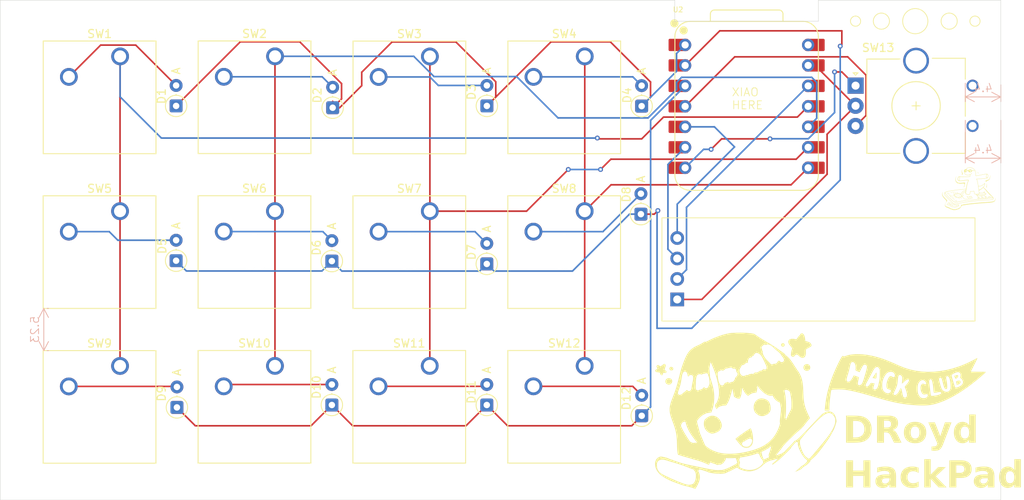
<source format=kicad_pcb>
(kicad_pcb (version 20241229) (generator "pcbnew") (generator_version "9.0")
  (layers (0 "F.Cu" signal) (2 "B.Cu" signal) (13 "F.Paste" user) (15 "B.Paste" user) (5 "F.SilkS" user "F.Silkscreen") (7 "B.SilkS" user "B.Silkscreen") (1 "F.Mask" user) (3 "B.Mask" user) (25 "Edge.Cuts" user))
  (net 0 "")
  (net 1 "+5V")
  (net 2 "Net-(D1-A)")
  (net 3 "GND")
  (net 4 "Row1")
  (net 5 "Net-(D3-A)")
  (net 6 "Net-(D4-A)")
  (net 7 "Net-(D5-A)")
  (net 8 "Net-(D6-A)")
  (net 9 "Row2")
  (net 10 "Net-(D7-A)")
  (net 11 "Net-(D8-A)")
  (net 12 "Net-(D9-A)")
  (net 13 "Row3")
  (net 14 "Net-(D10-A)")
  (net 15 "Net-(D11-A)")
  (net 16 "Net-(D12-A)")
  (net 17 "Net-(J1-SCL)")
  (net 18 "+3.3V")
  (net 19 "Net-(J1-SDA)")
  (net 20 "Col4")
  (net 21 "Net-(U2-GPIO29{slash}ADC3{slash}A3)")
  (net 22 "Net-(U2-GPIO0{slash}TX)")
  (net 23 "Col2")
  (net 24 "Col3")
  (net 25 "Col1")
  (net 26 "Net-(D2-A)")
  (footprint "ScottoKeebs_Components:OLED_128x32" (layer "F.Cu") (at 176.3 79.32)
    (property "Reference" "J1" (hide yes))
    (property "Value" "OLED_128x32")
    (pad "1" thru_hole rect (at 1.6 9.8 180) (size 1.7 1.7) (drill 1) (layers "*.Cu" "*.Mask") (net 3 "GND"))
    (pad "2" thru_hole oval (at 1.6 7.26 180) (size 1.7 1.7) (drill 1) (layers "*.Cu" "*.Mask") (net 18 "+3.3V"))
    (pad "3" thru_hole oval (at 1.6 4.72 180) (size 1.7 1.7) (drill 1) (layers "*.Cu" "*.Mask") (net 17 "Net-(J1-SCL)"))
    (pad "4" thru_hole oval (at 1.6 2.18 180) (size 1.7 1.7) (drill 1) (layers "*.Cu" "*.Mask") (net 19 "Net-(J1-SDA)"))
  )
  (footprint "Rotary_Encoder:RotaryEncoder_Alps_EC11E_Vertical_H20mm_CircularMountingHoles" (layer "F.Cu") (at 200 62.6)
    (property "Reference" "SW13" (at 2.8 -4.7 0) (layer "F.SilkS"))
    (property "Value" "RotaryEncoder")
    (pad "" thru_hole circle (at 14.5 0) (size 1.5 1.5) (drill 1) (layers "*.Cu" "*.Mask"))
    (pad "" thru_hole circle (at 14.5 5) (size 1.5 1.5) (drill 1) (layers "*.Cu" "*.Mask"))
    (pad "A" thru_hole rect (at 0 0) (size 2 2) (drill 1) (layers "*.Cu" "*.Mask") (net 22 "Net-(U2-GPIO0{slash}TX)"))
    (pad "B" thru_hole circle (at 0 5) (size 2 2) (drill 1) (layers "*.Cu" "*.Mask") (net 21 "Net-(U2-GPIO29{slash}ADC3{slash}A3)"))
    (pad "C" thru_hole circle (at 0 2.5) (size 2 2) (drill 1) (layers "*.Cu" "*.Mask") (net 3 "GND"))
    (pad "MP" thru_hole circle (at 7.5 -3.1) (size 3.2 3.2) (drill 2.6) (layers "*.Cu" "*.Mask"))
    (pad "MP" thru_hole circle (at 7.5 8.1) (size 3.2 3.2) (drill 2.6) (layers "*.Cu" "*.Mask"))
  )
  (footprint "OPL_FOLD:XIAO-RP2040-DIP" (layer "F.Cu") (at 186.5 65.1685)
    (property "Reference" "U2" (at -8.5 -12 0) (layer "F.SilkS") (effects (font (size 0.635 0.635) (thickness 0.1016))))
    (property "Value" "XIAO-RP2040-DIP")
    (pad "1" smd roundrect (at -8.455 -7.62 180) (size 2.432 1.524) (layers "F.Cu" "F.Mask") (roundrect_rratio 0.1) (net 4 "Row1"))
    (pad "1" thru_hole circle (at -7.62 -7.62 180) (size 1.524 1.524) (drill 0.889) (layers "*.Cu" "*.Mask") (net 4 "Row1"))
    (pad "2" smd roundrect (at -8.455 -5.08 180) (size 2.432 1.524) (layers "F.Cu" "F.Mask") (roundrect_rratio 0.1) (net 9 "Row2"))
    (pad "2" thru_hole circle (at -7.62 -5.08 180) (size 1.524 1.524) (drill 0.889) (layers "*.Cu" "*.Mask") (net 9 "Row2"))
    (pad "3" smd roundrect (at -8.455 -2.54 180) (size 2.432 1.524) (layers "F.Cu" "F.Mask") (roundrect_rratio 0.1) (net 13 "Row3"))
    (pad "3" thru_hole circle (at -7.62 -2.54 180) (size 1.524 1.524) (drill 0.889) (layers "*.Cu" "*.Mask") (net 13 "Row3"))
    (pad "4" smd roundrect (at -8.455 0 180) (size 2.432 1.524) (layers "F.Cu" "F.Mask") (roundrect_rratio 0.1) (net 21 "Net-(U2-GPIO29{slash}ADC3{slash}A3)"))
    (pad "4" thru_hole circle (at -7.62 0 180) (size 1.524 1.524) (drill 0.889) (layers "*.Cu" "*.Mask") (net 21 "Net-(U2-GPIO29{slash}ADC3{slash}A3)"))
    (pad "5" smd roundrect (at -8.455 2.54 180) (size 2.432 1.524) (layers "F.Cu" "F.Mask") (roundrect_rratio 0.1) (net 19 "Net-(J1-SDA)"))
    (pad "5" thru_hole circle (at -7.62 2.54 180) (size 1.524 1.524) (drill 0.889) (layers "*.Cu" "*.Mask") (net 19 "Net-(J1-SDA)"))
    (pad "6" smd roundrect (at -8.455 5.08 180) (size 2.432 1.524) (layers "F.Cu" "F.Mask") (roundrect_rratio 0.1) (net 17 "Net-(J1-SCL)"))
    (pad "6" thru_hole circle (at -7.62 5.08 180) (size 1.524 1.524) (drill 0.889) (layers "*.Cu" "*.Mask") (net 17 "Net-(J1-SCL)"))
    (pad "7" smd roundrect (at -8.455 7.62 180) (size 2.432 1.524) (layers "F.Cu" "F.Mask") (roundrect_rratio 0.1) (net 22 "Net-(U2-GPIO0{slash}TX)"))
    (pad "7" thru_hole circle (at -7.62 7.62 180) (size 1.524 1.524) (drill 0.889) (layers "*.Cu" "*.Mask") (net 22 "Net-(U2-GPIO0{slash}TX)"))
    (pad "8" thru_hole circle (at 7.62 7.62) (size 1.524 1.524) (drill 0.889) (layers "*.Cu" "*.Mask") (net 20 "Col4"))
    (pad "8" smd roundrect (at 8.455 7.62) (size 2.432 1.524) (layers "F.Cu" "F.Mask") (roundrect_rratio 0.1) (net 20 "Col4"))
    (pad "9" thru_hole circle (at 7.62 5.08) (size 1.524 1.524) (drill 0.889) (layers "*.Cu" "*.Mask") (net 24 "Col3"))
    (pad "9" smd roundrect (at 8.455 5.08) (size 2.432 1.524) (layers "F.Cu" "F.Mask") (roundrect_rratio 0.1) (net 24 "Col3"))
    (pad "10" thru_hole circle (at 7.62 2.54) (size 1.524 1.524) (drill 0.889) (layers "*.Cu" "*.Mask") (net 23 "Col2"))
    (pad "10" smd roundrect (at 8.455 2.54) (size 2.432 1.524) (layers "F.Cu" "F.Mask") (roundrect_rratio 0.1) (net 23 "Col2"))
    (pad "11" thru_hole circle (at 7.62 0) (size 1.524 1.524) (drill 0.889) (layers "*.Cu" "*.Mask") (net 25 "Col1"))
    (pad "11" smd roundrect (at 8.455 0) (size 2.432 1.524) (layers "F.Cu" "F.Mask") (roundrect_rratio 0.1) (net 25 "Col1"))
    (pad "12" thru_hole circle (at 7.62 -2.54) (size 1.524 1.524) (drill 0.889) (layers "*.Cu" "*.Mask") (net 18 "+3.3V"))
    (pad "12" smd roundrect (at 8.455 -2.54) (size 2.432 1.524) (layers "F.Cu" "F.Mask") (roundrect_rratio 0.1) (net 18 "+3.3V"))
    (pad "13" thru_hole circle (at 7.62 -5.08) (size 1.524 1.524) (drill 0.889) (layers "*.Cu" "*.Mask") (net 3 "GND"))
    (pad "13" smd roundrect (at 8.455 -5.08) (size 2.432 1.524) (layers "F.Cu" "F.Mask") (roundrect_rratio 0.1) (net 3 "GND"))
    (pad "14" thru_hole circle (at 7.62 -7.62) (size 1.524 1.524) (drill 0.889) (layers "*.Cu" "*.Mask") (net 1 "+5V"))
    (pad "14" smd roundrect (at 8.455 -7.62) (size 2.432 1.524) (layers "F.Cu" "F.Mask") (roundrect_rratio 0.1) (net 1 "+5V"))
  )
  (footprint "Diode_THT:D_DO-35_SOD27_P2.54mm_Vertical_AnodeUp" (layer "F.Cu") (at 154.3 102.214315 90)
    (property "Reference" "D11" (at 1.614315 -1.9 90) (layer "F.SilkS"))
    (property "Value" "1N4148")
    (fp_text user "A" (at 4.34 0 90) (layer "F.SilkS"))
    (pad "1" thru_hole roundrect (at 0 0 90) (size 1.6 1.6) (drill 0.8) (layers "*.Cu" "*.Mask") (roundrect_rratio 0.15625) (net 13 "Row3"))
    (pad "2" thru_hole circle (at 2.54 0 90) (size 1.6 1.6) (drill 0.8) (layers "*.Cu" "*.Mask") (net 15 "Net-(D11-A)"))
  )
  (footprint "LOGO" (layer "F.Cu") (at 206.2 99.4)
    (property "Reference" "G***" (hide yes))
    (property "Value" "LOGO" (hide yes))
  )
  (footprint "Diode_THT:D_DO-35_SOD27_P2.54mm_Vertical_AnodeUp" (layer "F.Cu") (at 115.8 65.114315 90)
    (property "Reference" "D1" (at 1.214315 -1.8 90) (layer "F.SilkS"))
    (property "Value" "1N4148")
    (fp_text user "A" (at 4.34 0 90) (layer "F.SilkS"))
    (pad "1" thru_hole roundrect (at 0 0 90) (size 1.6 1.6) (drill 0.8) (layers "*.Cu" "*.Mask") (roundrect_rratio 0.15625) (net 4 "Row1"))
    (pad "2" thru_hole circle (at 2.54 0 90) (size 1.6 1.6) (drill 0.8) (layers "*.Cu" "*.Mask") (net 2 "Net-(D1-A)"))
  )
  (footprint "LOGO" (layer "F.Cu") (at 214.2 75.4 -10)
    (property "Reference" "G***" (hide yes))
    (property "Value" "LOGO" (hide yes))
  )
  (footprint "Diode_THT:D_DO-35_SOD27_P2.54mm_Vertical_AnodeUp" (layer "F.Cu") (at 115.8 84.314315 90)
    (property "Reference" "D5" (at 1.814315 -1.726371 90) (layer "F.SilkS"))
    (property "Value" "1N4148")
    (fp_text user "A" (at 4.34 0 90) (layer "F.SilkS"))
    (pad "1" thru_hole roundrect (at 0 0 90) (size 1.6 1.6) (drill 0.8) (layers "*.Cu" "*.Mask") (roundrect_rratio 0.15625) (net 9 "Row2"))
    (pad "2" thru_hole circle (at 2.54 0 90) (size 1.6 1.6) (drill 0.8) (layers "*.Cu" "*.Mask") (net 7 "Net-(D5-A)"))
  )
  (footprint "Button_Switch_Keyboard:SW_Cherry_MX_1.00u_PCB" (layer "F.Cu") (at 147.24 78.17)
    (property "Reference" "SW7" (at -2.54 -2.794 0) (layer "F.SilkS"))
    (property "Value" "SW_Push")
    (pad "" np_thru_hole circle (at -7.62 5.08) (size 1.7 1.7) (drill 1.7) (layers "*.Cu" "*.Mask"))
    (pad "" np_thru_hole circle (at -2.54 5.08) (size 4 4) (drill 4) (layers "*.Cu" "*.Mask"))
    (pad "" np_thru_hole circle (at 2.54 5.08) (size 1.7 1.7) (drill 1.7) (layers "*.Cu" "*.Mask"))
    (pad "1" thru_hole circle (at 0 0) (size 2.2 2.2) (drill 1.5) (layers "*.Cu" "*.Mask") (net 24 "Col3"))
    (pad "2" thru_hole circle (at -6.35 2.54) (size 2.2 2.2) (drill 1.5) (layers "*.Cu" "*.Mask") (net 10 "Net-(D7-A)"))
  )
  (footprint "Button_Switch_Keyboard:SW_Cherry_MX_1.00u_PCB" (layer "F.Cu") (at 147.23 97.36)
    (property "Reference" "SW11" (at -2.54 -2.794 0) (layer "F.SilkS"))
    (property "Value" "SW_Push")
    (pad "" np_thru_hole circle (at -7.62 5.08) (size 1.7 1.7) (drill 1.7) (layers "*.Cu" "*.Mask"))
    (pad "" np_thru_hole circle (at -2.54 5.08) (size 4 4) (drill 4) (layers "*.Cu" "*.Mask"))
    (pad "" np_thru_hole circle (at 2.54 5.08) (size 1.7 1.7) (drill 1.7) (layers "*.Cu" "*.Mask"))
    (pad "1" thru_hole circle (at 0 0) (size 2.2 2.2) (drill 1.5) (layers "*.Cu" "*.Mask") (net 24 "Col3"))
    (pad "2" thru_hole circle (at -6.35 2.54) (size 2.2 2.2) (drill 1.5) (layers "*.Cu" "*.Mask") (net 15 "Net-(D11-A)"))
  )
  (footprint "Diode_THT:D_DO-35_SOD27_P2.54mm_Vertical_AnodeUp" (layer "F.Cu") (at 135.2 65.34 90)
    (property "Reference" "D2" (at 1.54 -1.9 90) (layer "F.SilkS"))
    (property "Value" "1N4148")
    (fp_text user "A" (at 4.34 0 90) (layer "F.SilkS"))
    (pad "1" thru_hole roundrect (at 0 0 90) (size 1.6 1.6) (drill 0.8) (layers "*.Cu" "*.Mask") (roundrect_rratio 0.15625) (net 4 "Row1"))
    (pad "2" thru_hole circle (at 2.54 0 90) (size 1.6 1.6) (drill 0.8) (layers "*.Cu" "*.Mask") (net 26 "Net-(D2-A)"))
  )
  (footprint "Diode_THT:D_DO-35_SOD27_P2.54mm_Vertical_AnodeUp" (layer "F.Cu") (at 173.4 78.54 90)
    (property "Reference" "D8" (at 2.44 -1.8 90) (layer "F.SilkS"))
    (property "Value" "1N4148")
    (fp_text user "A" (at 4.34 0 90) (layer "F.SilkS"))
    (pad "1" thru_hole roundrect (at 0 0 90) (size 1.6 1.6) (drill 0.8) (layers "*.Cu" "*.Mask") (roundrect_rratio 0.15625) (net 9 "Row2"))
    (pad "2" thru_hole circle (at 2.54 0 90) (size 1.6 1.6) (drill 0.8) (layers "*.Cu" "*.Mask") (net 11 "Net-(D8-A)"))
  )
  (footprint "Button_Switch_Keyboard:SW_Cherry_MX_1.00u_PCB" (layer "F.Cu") (at 166.44 58.97)
    (property "Reference" "SW4" (at -2.54 -2.794 0) (layer "F.SilkS"))
    (property "Value" "SW_Push")
    (pad "" np_thru_hole circle (at -7.62 5.08) (size 1.7 1.7) (drill 1.7) (layers "*.Cu" "*.Mask"))
    (pad "" np_thru_hole circle (at -2.54 5.08) (size 4 4) (drill 4) (layers "*.Cu" "*.Mask"))
    (pad "" np_thru_hole circle (at 2.54 5.08) (size 1.7 1.7) (drill 1.7) (layers "*.Cu" "*.Mask"))
    (pad "1" thru_hole circle (at 0 0) (size 2.2 2.2) (drill 1.5) (layers "*.Cu" "*.Mask") (net 20 "Col4"))
    (pad "2" thru_hole circle (at -6.35 2.54) (size 2.2 2.2) (drill 1.5) (layers "*.Cu" "*.Mask") (net 6 "Net-(D4-A)"))
  )
  (footprint "Button_Switch_Keyboard:SW_Cherry_MX_1.00u_PCB" (layer "F.Cu") (at 128.06 58.96)
    (property "Reference" "SW2" (at -2.54 -2.794 0) (layer "F.SilkS"))
    (property "Value" "SW_Push")
    (pad "" np_thru_hole circle (at -7.62 5.08) (size 1.7 1.7) (drill 1.7) (layers "*.Cu" "*.Mask"))
    (pad "" np_thru_hole circle (at -2.54 5.08) (size 4 4) (drill 4) (layers "*.Cu" "*.Mask"))
    (pad "" np_thru_hole circle (at 2.54 5.08) (size 1.7 1.7) (drill 1.7) (layers "*.Cu" "*.Mask"))
    (pad "1" thru_hole circle (at 0 0) (size 2.2 2.2) (drill 1.5) (layers "*.Cu" "*.Mask") (net 23 "Col2"))
    (pad "2" thru_hole circle (at -6.35 2.54) (size 2.2 2.2) (drill 1.5) (layers "*.Cu" "*.Mask") (net 26 "Net-(D2-A)"))
  )
  (footprint "Diode_THT:D_DO-35_SOD27_P2.54mm_Vertical_AnodeUp" (layer "F.Cu") (at 135.1 84.364315 90)
    (property "Reference" "D6" (at 1.664315 -1.9 90) (layer "F.SilkS"))
    (property "Value" "1N4148")
    (fp_text user "A" (at 4.34 0 90) (layer "F.SilkS"))
    (pad "1" thru_hole roundrect (at 0 0 90) (size 1.6 1.6) (drill 0.8) (layers "*.Cu" "*.Mask") (roundrect_rratio 0.15625) (net 9 "Row2"))
    (pad "2" thru_hole circle (at 2.54 0 90) (size 1.6 1.6) (drill 0.8) (layers "*.Cu" "*.Mask") (net 8 "Net-(D6-A)"))
  )
  (footprint "Button_Switch_Keyboard:SW_Cherry_MX_1.00u_PCB" (layer "F.Cu") (at 166.43 97.36)
    (property "Reference" "SW12" (at -2.54 -2.794 0) (layer "F.SilkS"))
    (property "Value" "SW_Push")
    (pad "" np_thru_hole circle (at -7.62 5.08) (size 1.7 1.7) (drill 1.7) (layers "*.Cu" "*.Mask"))
    (pad "" np_thru_hole circle (at -2.54 5.08) (size 4 4) (drill 4) (layers "*.Cu" "*.Mask"))
    (pad "" np_thru_hole circle (at 2.54 5.08) (size 1.7 1.7) (drill 1.7) (layers "*.Cu" "*.Mask"))
    (pad "1" thru_hole circle (at 0 0) (size 2.2 2.2) (drill 1.5) (layers "*.Cu" "*.Mask") (net 20 "Col4"))
    (pad "2" thru_hole circle (at -6.35 2.54) (size 2.2 2.2) (drill 1.5) (layers "*.Cu" "*.Mask") (net 16 "Net-(D12-A)"))
  )
  (footprint "Diode_THT:D_DO-35_SOD27_P2.54mm_Vertical_AnodeUp" (layer "F.Cu") (at 154.3 84.714315 90)
    (property "Reference" "D7" (at 1.464315 -1.9 90) (layer "F.SilkS"))
    (property "Value" "1N4148")
    (fp_text user "A" (at 4.34 0 90) (layer "F.SilkS"))
    (pad "1" thru_hole roundrect (at 0 0 90) (size 1.6 1.6) (drill 0.8) (layers "*.Cu" "*.Mask") (roundrect_rratio 0.15625) (net 9 "Row2"))
    (pad "2" thru_hole circle (at 2.54 0 90) (size 1.6 1.6) (drill 0.8) (layers "*.Cu" "*.Mask") (net 10 "Net-(D7-A)"))
  )
  (footprint "Button_Switch_Keyboard:SW_Cherry_MX_1.00u_PCB" (layer "F.Cu") (at 128.05 97.36)
    (property "Reference" "SW10" (at -2.54 -2.794 0) (layer "F.SilkS"))
    (property "Value" "SW_Push")
    (pad "" np_thru_hole circle (at -7.62 5.08) (size 1.7 1.7) (drill 1.7) (layers "*.Cu" "*.Mask"))
    (pad "" np_thru_hole circle (at -2.54 5.08) (size 4 4) (drill 4) (layers "*.Cu" "*.Mask"))
    (pad "" np_thru_hole circle (at 2.54 5.08) (size 1.7 1.7) (drill 1.7) (layers "*.Cu" "*.Mask"))
    (pad "1" thru_hole circle (at 0 0) (size 2.2 2.2) (drill 1.5) (layers "*.Cu" "*.Mask") (net 23 "Col2"))
    (pad "2" thru_hole circle (at -6.35 2.54) (size 2.2 2.2) (drill 1.5) (layers "*.Cu" "*.Mask") (net 14 "Net-(D10-A)"))
  )
  (footprint "Diode_THT:D_DO-35_SOD27_P2.54mm_Vertical_AnodeUp" (layer "F.Cu") (at 115.9 102.514315 90)
    (property "Reference" "D9" (at 1.714315 -1.9 90) (layer "F.SilkS"))
    (property "Value" "1N4148")
    (fp_text user "A" (at 4.34 0 90) (layer "F.SilkS"))
    (pad "1" thru_hole roundrect (at 0 0 90) (size 1.6 1.6) (drill 0.8) (layers "*.Cu" "*.Mask") (roundrect_rratio 0.15625) (net 13 "Row3"))
    (pad "2" thru_hole circle (at 2.54 0 90) (size 1.6 1.6) (drill 0.8) (layers "*.Cu" "*.Mask") (net 12 "Net-(D9-A)"))
  )
  (footprint "Diode_THT:D_DO-35_SOD27_P2.54mm_Vertical_AnodeUp" (layer "F.Cu") (at 173.5 103.554315 90)
    (property "Reference" "D12" (at 2.154315 -1.9 90) (layer "F.SilkS"))
    (property "Value" "1N4148")
    (fp_text user "A" (at 4.34 0 90) (layer "F.SilkS"))
    (pad "1" thru_hole roundrect (at 0 0 90) (size 1.6 1.6) (drill 0.8) (layers "*.Cu" "*.Mask") (roundrect_rratio 0.15625) (net 13 "Row3"))
    (pad "2" thru_hole circle (at 2.54 0 90) (size 1.6 1.6) (drill 0.8) (layers "*.Cu" "*.Mask") (net 16 "Net-(D12-A)"))
  )
  (footprint "Diode_THT:D_DO-35_SOD27_P2.54mm_Vertical_AnodeUp" (layer "F.Cu") (at 135.1 102.214315 90)
    (property "Reference" "D10" (at 2.214315 -1.9 90) (layer "F.SilkS"))
    (property "Value" "1N4148")
    (fp_text user "A" (at 4.34 0 90) (layer "F.SilkS"))
    (pad "1" thru_hole roundrect (at 0 0 90) (size 1.6 1.6) (drill 0.8) (layers "*.Cu" "*.Mask") (roundrect_rratio 0.15625) (net 13 "Row3"))
    (pad "2" thru_hole circle (at 2.54 0 90) (size 1.6 1.6) (drill 0.8) (layers "*.Cu" "*.Mask") (net 14 "Net-(D10-A)"))
  )
  (footprint "Button_Switch_Keyboard:SW_Cherry_MX_1.00u_PCB" (layer "F.Cu") (at 108.86 58.97)
    (property "Reference" "SW1" (at -2.54 -2.794 0) (layer "F.SilkS"))
    (property "Value" "SW_Push")
    (pad "" np_thru_hole circle (at -7.62 5.08) (size 1.7 1.7) (drill 1.7) (layers "*.Cu" "*.Mask"))
    (pad "" np_thru_hole circle (at -2.54 5.08) (size 4 4) (drill 4) (layers "*.Cu" "*.Mask"))
    (pad "" np_thru_hole circle (at 2.54 5.08) (size 1.7 1.7) (drill 1.7) (layers "*.Cu" "*.Mask"))
    (pad "1" thru_hole circle (at 0 0) (size 2.2 2.2) (drill 1.5) (layers "*.Cu" "*.Mask") (net 25 "Col1"))
    (pad "2" thru_hole circle (at -6.35 2.54) (size 2.2 2.2) (drill 1.5) (layers "*.Cu" "*.Mask") (net 2 "Net-(D1-A)"))
  )
  (footprint "Diode_THT:D_DO-35_SOD27_P2.54mm_Vertical_AnodeUp" (layer "F.Cu") (at 173.49 65.14 90)
    (property "Reference" "D4" (at 1.34 -1.79 90) (layer "F.SilkS"))
    (property "Value" "1N4148")
    (fp_text user "A" (at 4.34 0 90) (layer "F.SilkS"))
    (pad "1" thru_hole roundrect (at 0 0 90) (size 1.6 1.6) (drill 0.8) (layers "*.Cu" "*.Mask") (roundrect_rratio 0.15625) (net 4 "Row1"))
    (pad "2" thru_hole circle (at 2.54 0 90) (size 1.6 1.6) (drill 0.8) (layers "*.Cu" "*.Mask") (net 6 "Net-(D4-A)"))
  )
  (footprint "Button_Switch_Keyboard:SW_Cherry_MX_1.00u_PCB" (layer "F.Cu") (at 128.05 78.16)
    (property "Reference" "SW6" (at -2.54 -2.794 0) (layer "F.SilkS"))
    (property "Value" "SW_Push")
    (pad "" np_thru_hole circle (at -7.62 5.08) (size 1.7 1.7) (drill 1.7) (layers "*.Cu" "*.Mask"))
    (pad "" np_thru_hole circle (at -2.54 5.08) (size 4 4) (drill 4) (layers "*.Cu" "*.Mask"))
    (pad "" np_thru_hole circle (at 2.54 5.08) (size 1.7 1.7) (drill 1.7) (layers "*.Cu" "*.Mask"))
    (pad "1" thru_hole circle (at 0 0) (size 2.2 2.2) (drill 1.5) (layers "*.Cu" "*.Mask") (net 23 "Col2"))
    (pad "2" thru_hole circle (at -6.35 2.54) (size 2.2 2.2) (drill 1.5) (layers "*.Cu" "*.Mask") (net 8 "Net-(D6-A)"))
  )
  (footprint "Button_Switch_Keyboard:SW_Cherry_MX_1.00u_PCB" (layer "F.Cu") (at 147.25 58.98)
    (property "Reference" "SW3" (at -2.54 -2.794 0) (layer "F.SilkS"))
    (property "Value" "SW_Push")
    (pad "" np_thru_hole circle (at -7.62 5.08) (size 1.7 1.7) (drill 1.7) (layers "*.Cu" "*.Mask"))
    (pad "" np_thru_hole circle (at -2.54 5.08) (size 4 4) (drill 4) (layers "*.Cu" "*.Mask"))
    (pad "" np_thru_hole circle (at 2.54 5.08) (size 1.7 1.7) (drill 1.7) (layers "*.Cu" "*.Mask"))
    (pad "1" thru_hole circle (at 0 0) (size 2.2 2.2) (drill 1.5) (layers "*.Cu" "*.Mask") (net 24 "Col3"))
    (pad "2" thru_hole circle (at -6.35 2.54) (size 2.2 2.2) (drill 1.5) (layers "*.Cu" "*.Mask") (net 5 "Net-(D3-A)"))
  )
  (footprint "Button_Switch_Keyboard:SW_Cherry_MX_1.00u_PCB" (layer "F.Cu") (at 108.85 78.17)
    (property "Reference" "SW5" (at -2.54 -2.794 0) (layer "F.SilkS"))
    (property "Value" "SW_Push")
    (pad "" np_thru_hole circle (at -7.62 5.08) (size 1.7 1.7) (drill 1.7) (layers "*.Cu" "*.Mask"))
    (pad "" np_thru_hole circle (at -2.54 5.08) (size 4 4) (drill 4) (layers "*.Cu" "*.Mask"))
    (pad "" np_thru_hole circle (at 2.54 5.08) (size 1.7 1.7) (drill 1.7) (layers "*.Cu" "*.Mask"))
    (pad "1" thru_hole circle (at 0 0) (size 2.2 2.2) (drill 1.5) (layers "*.Cu" "*.Mask") (net 25 "Col1"))
    (pad "2" thru_hole circle (at -6.35 2.54) (size 2.2 2.2) (drill 1.5) (layers "*.Cu" "*.Mask") (net 7 "Net-(D5-A)"))
  )
  (footprint "Button_Switch_Keyboard:SW_Cherry_MX_1.00u_PCB" (layer "F.Cu") (at 108.85 97.37)
    (property "Reference" "SW9" (at -2.54 -2.794 0) (layer "F.SilkS"))
    (property "Value" "SW_Push")
    (pad "" np_thru_hole circle (at -7.62 5.08) (size 1.7 1.7) (drill 1.7) (layers "*.Cu" "*.Mask"))
    (pad "" np_thru_hole circle (at -2.54 5.08) (size 4 4) (drill 4) (layers "*.Cu" "*.Mask"))
    (pad "" np_thru_hole circle (at 2.54 5.08) (size 1.7 1.7) (drill 1.7) (layers "*.Cu" "*.Mask"))
    (pad "1" thru_hole circle (at 0 0) (size 2.2 2.2) (drill 1.5) (layers "*.Cu" "*.Mask") (net 25 "Col1"))
    (pad "2" thru_hole circle (at -6.35 2.54) (size 2.2 2.2) (drill 1.5) (layers "*.Cu" "*.Mask") (net 12 "Net-(D9-A)"))
  )
  (footprint "LOGO" (layer "F.Cu") (at 185.707714 102.8)
    (property "Reference" "G***" (hide yes))
    (property "Value" "LOGO" (hide yes))
  )
  (footprint "Button_Switch_Keyboard:SW_Cherry_MX_1.00u_PCB" (layer "F.Cu") (at 166.43 78.17)
    (property "Reference" "SW8" (at -2.54 -2.794 0) (layer "F.SilkS"))
    (property "Value" "SW_Push")
    (pad "" np_thru_hole circle (at -7.62 5.08) (size 1.7 1.7) (drill 1.7) (layers "*.Cu" "*.Mask"))
    (pad "" np_thru_hole circle (at -2.54 5.08) (size 4 4) (drill 4) (layers "*.Cu" "*.Mask"))
    (pad "" np_thru_hole circle (at 2.54 5.08) (size 1.7 1.7) (drill 1.7) (layers "*.Cu" "*.Mask"))
    (pad "1" thru_hole circle (at 0 0) (size 2.2 2.2) (drill 1.5) (layers "*.Cu" "*.Mask") (net 20 "Col4"))
    (pad "2" thru_hole circle (at -6.35 2.54) (size 2.2 2.2) (drill 1.5) (layers "*.Cu" "*.Mask") (net 11 "Net-(D8-A)"))
  )
  (footprint "Diode_THT:D_DO-35_SOD27_P2.54mm_Vertical_AnodeUp" (layer "F.Cu") (at 154.31 65.114315 90)
    (property "Reference" "D3" (at 1.714315 -1.91 90) (layer "F.SilkS"))
    (property "Value" "1N4148")
    (fp_text user "A" (at 4.34 0 90) (layer "F.SilkS"))
    (pad "1" thru_hole roundrect (at 0 0 90) (size 1.6 1.6) (drill 0.8) (layers "*.Cu" "*.Mask") (roundrect_rratio 0.15625) (net 4 "Row1"))
    (pad "2" thru_hole circle (at 2.54 0 90) (size 1.6 1.6) (drill 0.8) (layers "*.Cu" "*.Mask") (net 5 "Net-(D3-A)"))
  )
  (gr_circle (center 207.4 54.6) (end 206.2 53.6) (stroke (width 0.1)) (fill no) (layer "F.SilkS"))
  (gr_circle (center 211.6 54.6) (end 212.2 55.4) (stroke (width 0.1)) (fill no) (layer "F.SilkS"))
  (gr_circle (center 203.2 54.6) (end 202.6 53.8) (stroke (width 0.1)) (fill no) (layer "F.SilkS"))
  (gr_rect (start 176 79) (end 214.8 91.8) (stroke (width 0.1)) (fill no) (layer "F.SilkS"))
  (gr_circle (center 200 54.6) (end 200.6 54.4) (stroke (width 0.1)) (fill no) (layer "F.SilkS"))
  (gr_circle (center 214.8 54.6) (end 214.2 54.8) (stroke (width 0.1)) (fill no) (layer "F.SilkS"))
  (gr_line (start 177.6 52) (end 177.6 54.6) (stroke (width 0.05)) (layer "Edge.Cuts"))
  (gr_line (start 218 52) (end 218 114) (stroke (width 0.05)) (layer "Edge.Cuts"))
  (gr_line (start 195.4 52) (end 218 52) (stroke (width 0.05)) (layer "Edge.Cuts"))
  (gr_line (start 177.6 54.6) (end 195.4 54.6) (stroke (width 0.05)) (layer "Edge.Cuts"))
  (gr_line (start 94 114) (end 94 52) (stroke (width 0.05)) (layer "Edge.Cuts"))
  (gr_line (start 195.4 54.6) (end 195.4 52) (stroke (width 0.05)) (layer "Edge.Cuts"))
  (gr_line (start 218 114) (end 94 114) (stroke (width 0.05)) (layer "Edge.Cuts"))
  (gr_line (start 94 52) (end 177.6 52) (stroke (width 0.05)) (layer "Edge.Cuts"))
  (gr_text "DRoyd\nHackPad" (at 198.4 113 0) (layer "F.SilkS") (effects (font (size 3.3 3.3) (thickness 0.4) (bold yes)) (justify left bottom)))
  (gr_text "XIAO\nHERE" (at 184.6 65.6 0) (layer "F.SilkS") (effects (font (size 1 1) (thickness 0.1)) (justify left bottom)))
  (dimension (type orthogonal) (layer "B.SilkS") (pts (xy 99.325 90.235) (xy 99.325 95.465)) (height 0.075) (orientation 1) (format (prefix "") (suffix "") (units 3) (units_format 0) (precision 4) (suppress_zeroes yes)) (style (thickness 0.1) (arrow_length 1.27) (text_position_mode 0) (arrow_direction outward) (extension_height 0.58642) (extension_offset 0.5) (keep_text_aligned yes)) (gr_text "5.23" (at 98.3 92.85 90) (layer "B.SilkS") (effects (font (size 1 1) (thickness 0.1)) (justify mirror))))
  (dimension (type orthogonal) (layer "B.SilkS") (pts (xy 213.6 61.8) (xy 218 62)) (height 2.2) (orientation 0) (format (prefix "") (suffix "") (units 3) (units_format 0) (precision 4) (suppress_zeroes yes)) (style (thickness 0.1) (arrow_length 1.27) (text_position_mode 0) (arrow_direction outward) (extension_height 0.58642) (extension_offset 0.5) (keep_text_aligned yes)) (gr_text "4.4" (at 215.8 62.9 0) (layer "B.SilkS") (effects (font (size 1 1) (thickness 0.1)) (justify mirror))))
  (dimension (type orthogonal) (layer "B.SilkS") (pts (xy 213.6 66.4) (xy 218 66.4)) (height 5.2) (orientation 0) (format (prefix "") (suffix "") (units 3) (units_format 0) (precision 4) (suppress_zeroes yes)) (style (thickness 0.1) (arrow_length 1.27) (text_position_mode 0) (arrow_direction outward) (extension_height 0.58642) (extension_offset 0.5) (keep_text_aligned yes)) (gr_text "4.4" (at 215.8 70.5 0) (layer "B.SilkS") (effects (font (size 1 1) (thickness 0.1)) (justify mirror))))
  (segment (start 110.794685 57.569) (end 106.451 57.569) (width 0.2) (layer "F.Cu") (net 2))
  (segment (start 106.451 57.569) (end 102.51 61.51) (width 0.2) (layer "F.Cu") (net 2))
  (segment (start 115.8 62.574315) (end 110.794685 57.569) (width 0.2) (layer "F.Cu") (net 2))
  (segment (start 180.942126 89.12) (end 177.9 89.12) (width 0.2) (layer "F.Cu") (net 3))
  (segment (start 196.472 68.628) (end 196.472 73.590126) (width 0.2) (layer "F.Cu") (net 3))
  (segment (start 196.472 73.590126) (end 180.942126 89.12) (width 0.2) (layer "F.Cu") (net 3))
  (segment (start 194.9885 60.0885) (end 200 65.1) (width 0.2) (layer "F.Cu") (net 3))
  (segment (start 194.12 60.0885) (end 194.9885 60.0885) (width 0.2) (layer "F.Cu") (net 3))
  (segment (start 200 65.1) (end 196.472 68.628) (width 0.2) (layer "F.Cu") (net 3))
  (segment (start 138.8 60.94) (end 142.562 57.178) (width 0.2) (layer "F.Cu") (net 4))
  (segment (start 115.8 65.114315) (end 123.756315 57.158) (width 0.2) (layer "F.Cu") (net 4))
  (segment (start 169.61505 57.168) (end 174.591 62.14395) (width 0.2) (layer "F.Cu") (net 4))
  (segment (start 138.8 62.6) (end 138.8 60.94) (width 0.2) (layer "F.Cu") (net 4))
  (segment (start 135.2 65.34) (end 136.06 65.34) (width 0.2) (layer "F.Cu") (net 4))
  (segment (start 174.591 64.039) (end 173.49 65.14) (width 0.2) (layer "F.Cu") (net 4))
  (segment (start 155.411 64.013315) (end 154.31 65.114315) (width 0.2) (layer "F.Cu") (net 4))
  (segment (start 136.06 65.34) (end 138.8 62.6) (width 0.2) (layer "F.Cu") (net 4))
  (segment (start 142.562 57.178) (end 150.470735 57.178) (width 0.2) (layer "F.Cu") (net 4))
  (segment (start 131.11505 57.158) (end 136.301 62.34395) (width 0.2) (layer "F.Cu") (net 4))
  (segment (start 162.256315 57.168) (end 169.61505 57.168) (width 0.2) (layer "F.Cu") (net 4))
  (segment (start 174.591 62.14395) (end 174.591 64.039) (width 0.2) (layer "F.Cu") (net 4))
  (segment (start 123.756315 57.158) (end 131.11505 57.158) (width 0.2) (layer "F.Cu") (net 4))
  (segment (start 135.2 65.34) (end 135.2 64.54) (width 0.2) (layer "F.Cu") (net 4))
  (segment (start 136.301 64.239) (end 135.2 65.34) (width 0.2) (layer "F.Cu") (net 4))
  (segment (start 136.301 62.34395) (end 136.301 64.239) (width 0.2) (layer "F.Cu") (net 4))
  (segment (start 155.411 62.118265) (end 155.411 64.013315) (width 0.2) (layer "F.Cu") (net 4))
  (segment (start 150.470735 57.178) (end 155.411 62.118265) (width 0.2) (layer "F.Cu") (net 4))
  (segment (start 154.31 65.114315) (end 162.256315 57.168) (width 0.2) (layer "F.Cu") (net 4))
  (segment (start 177.817 60.813) (end 173.49 65.14) (width 0.2) (layer "B.Cu") (net 4))
  (segment (start 177.817 58.6115) (end 177.817 60.813) (width 0.2) (layer "B.Cu") (net 4))
  (segment (start 178.88 57.5485) (end 177.817 58.6115) (width 0.2) (layer "B.Cu") (net 4))
  (segment (start 148.295901 62.574315) (end 154.31 62.574315) (width 0.2) (layer "B.Cu") (net 5))
  (segment (start 147.241586 61.52) (end 148.295901 62.574315) (width 0.2) (layer "B.Cu") (net 5))
  (segment (start 140.9 61.52) (end 147.241586 61.52) (width 0.2) (layer "B.Cu") (net 5))
  (segment (start 160.09 61.51) (end 172.4 61.51) (width 0.2) (layer "B.Cu") (net 6))
  (segment (start 172.4 61.51) (end 173.49 62.6) (width 0.2) (layer "B.Cu") (net 6))
  (segment (start 107.51 80.71) (end 108.574315 81.774315) (width 0.2) (layer "B.Cu") (net 7))
  (segment (start 102.5 80.71) (end 107.51 80.71) (width 0.2) (layer "B.Cu") (net 7))
  (segment (start 108.574315 81.774315) (end 115.8 81.774315) (width 0.2) (layer "B.Cu") (net 7))
  (segment (start 121.7 80.7) (end 133.975685 80.7) (width 0.2) (layer "B.Cu") (net 8))
  (segment (start 133.975685 80.7) (end 135.1 81.824315) (width 0.2) (layer "B.Cu") (net 8))
  (segment (start 183.1685 55.8) (end 198.3 55.8) (width 0.2) (layer "F.Cu") (net 9))
  (segment (start 175.06 78.54) (end 173.4 78.54) (width 0.2) (layer "F.Cu") (net 9))
  (segment (start 175.5 78.1) (end 175.06 78.54) (width 0.2) (layer "F.Cu") (net 9))
  (segment (start 198.3 57.5) (end 198.1 57.7) (width 0.2) (layer "F.Cu") (net 9))
  (segment (start 198.3 55.8) (end 198.3 57.5) (width 0.2) (layer "F.Cu") (net 9))
  (segment (start 178.88 60.0885) (end 183.1685 55.8) (width 0.2) (layer "F.Cu") (net 9))
  (via (at 175.5 78.1) (size 0.6) (drill 0.3) (layers "F.Cu" "B.Cu") (net 9))
  (via (at 198.1 57.7) (size 0.6) (drill 0.3) (layers "F.Cu" "B.Cu") (net 9))
  (segment (start 135.1 84.364315) (end 136.336685 85.601) (width 0.2) (layer "B.Cu") (net 9))
  (segment (start 179.7 92.7) (end 175.4 92.7) (width 0.2) (layer "B.Cu") (net 9))
  (segment (start 133.873315 85.591) (end 135.1 84.364315) (width 0.2) (layer "B.Cu") (net 9))
  (segment (start 155.186685 85.601) (end 164.92053 85.601) (width 0.2) (layer "B.Cu") (net 9))
  (segment (start 117.076685 85.591) (end 133.873315 85.591) (width 0.2) (layer "B.Cu") (net 9))
  (segment (start 136.336685 85.601) (end 153.413315 85.601) (width 0.2) (layer "B.Cu") (net 9))
  (segment (start 115.8 84.314315) (end 117.076685 85.591) (width 0.2) (layer "B.Cu") (net 9))
  (segment (start 175.4 92.7) (end 175.4 78.2) (width 0.2) (layer "B.Cu") (net 9))
  (segment (start 153.413315 85.601) (end 154.3 84.714315) (width 0.2) (layer "B.Cu") (net 9))
  (segment (start 164.92053 85.601) (end 171.98153 78.54) (width 0.2) (layer "B.Cu") (net 9))
  (segment (start 198.1 57.7) (end 198.1 74.3) (width 0.2) (layer "B.Cu") (net 9))
  (segment (start 198.1 74.3) (end 179.7 92.7) (width 0.2) (layer "B.Cu") (net 9))
  (segment (start 171.98153 78.54) (end 173.4 78.54) (width 0.2) (layer "B.Cu") (net 9))
  (segment (start 154.3 84.714315) (end 155.186685 85.601) (width 0.2) (layer "B.Cu") (net 9))
  (segment (start 175.4 78.2) (end 175.5 78.1) (width 0.2) (layer "B.Cu") (net 9))
  (segment (start 152.835685 80.71) (end 154.3 82.174315) (width 0.2) (layer "B.Cu") (net 10))
  (segment (start 140.89 80.71) (end 152.835685 80.71) (width 0.2) (layer "B.Cu") (net 10))
  (segment (start 160.08 80.71) (end 168.69 80.71) (width 0.2) (layer "B.Cu") (net 11))
  (segment (start 168.69 80.71) (end 173.4 76) (width 0.2) (layer "B.Cu") (net 11))
  (segment (start 102.5 99.91) (end 115.835685 99.91) (width 0.2) (layer "F.Cu") (net 12))
  (segment (start 115.835685 99.91) (end 115.9 99.974315) (width 0.2) (layer "F.Cu") (net 12))
  (segment (start 115.9 102.514315) (end 118.176685 104.791) (width 0.2) (layer "F.Cu") (net 13))
  (segment (start 132.523315 104.791) (end 135.1 102.214315) (width 0.2) (layer "F.Cu") (net 13))
  (segment (start 172.263315 104.791) (end 173.5 103.554315) (width 0.2) (layer "F.Cu") (net 13))
  (segment (start 154.3 102.214315) (end 156.876685 104.791) (width 0.2) (layer "F.Cu") (net 13))
  (segment (start 118.176685 104.791) (end 132.523315 104.791) (width 0.2) (layer "F.Cu") (net 13))
  (segment (start 135.1 102.214315) (end 137.676685 104.791) (width 0.2) (layer "F.Cu") (net 13))
  (segment (start 156.876685 104.791) (end 172.263315 104.791) (width 0.2) (layer "F.Cu") (net 13))
  (segment (start 151.723315 104.791) (end 154.3 102.214315) (width 0.2) (layer "F.Cu") (net 13))
  (segment (start 137.676685 104.791) (end 151.723315 104.791) (width 0.2) (layer "F.Cu") (net 13))
  (segment (start 174.601 66.9075) (end 174.601 102.453315) (width 0.2) (layer "B.Cu") (net 13))
  (segment (start 178.88 62.6285) (end 174.601 66.9075) (width 0.2) (layer "B.Cu") (net 13))
  (segment (start 174.601 102.453315) (end 173.5 103.554315) (width 0.2) (layer "B.Cu") (net 13))
  (segment (start 121.7 99.9) (end 122.5 99.9) (width 0.2) (layer "F.Cu") (net 14))
  (segment (start 122.5 99.9) (end 122.725685 99.674315) (width 0.2) (layer "F.Cu") (net 14))
  (segment (start 122.725685 99.674315) (end 135.1 99.674315) (width 0.2) (layer "F.Cu") (net 14))
  (segment (start 140.88 99.9) (end 154.074315 99.9) (width 0.2) (layer "F.Cu") (net 15))
  (segment (start 154.074315 99.9) (end 154.3 99.674315) (width 0.2) (layer "F.Cu") (net 15))
  (segment (start 160.08 99.9) (end 172.385685 99.9) (width 0.2) (layer "F.Cu") (net 16))
  (segment (start 172.385685 99.9) (end 173.5 101.014315) (width 0.2) (layer "F.Cu") (net 16))
  (segment (start 176.749 82.889) (end 176.749 72.3795) (width 0.2) (layer "B.Cu") (net 17))
  (segment (start 176.749 72.3795) (end 178.88 70.2485) (width 0.2) (layer "B.Cu") (net 17))
  (segment (start 177.9 84.04) (end 176.749 82.889) (width 0.2) (layer "B.Cu") (net 17))
  (segment (start 179.051 77.6975) (end 194.12 62.6285) (width 0.2) (layer "B.Cu") (net 18))
  (segment (start 179.051 85.429) (end 179.051 77.6975) (width 0.2) (layer "B.Cu") (net 18))
  (segment (start 177.9 86.58) (end 179.051 85.429) (width 0.2) (layer "B.Cu") (net 18))
  (segment (start 177.9 77.3) (end 177.9 81.5) (width 0.2) (layer "B.Cu") (net 19))
  (segment (start 185 70.2) (end 177.9 77.3) (width 0.2) (layer "B.Cu") (net 19))
  (segment (start 178.88 67.7085) (end 182.5085 67.7085) (width 0.2) (layer "B.Cu") (net 19))
  (segment (start 182.5085 67.7085) (end 185 70.2) (width 0.2) (layer "B.Cu") (net 19))
  (segment (start 166.44 58.97) (end 166.44 78.16) (width 0.2) (layer "F.Cu") (net 20))
  (segment (start 166.43 78.17) (end 169.701 74.899) (width 0.2) (layer "F.Cu") (net 20))
  (segment (start 166.43 78.17) (end 166.43 97.36) (width 0.2) (layer "F.Cu") (net 20))
  (segment (start 166.44 78.16) (end 166.43 78.17) (width 0.2) (layer "F.Cu") (net 20))
  (segment (start 169.701 74.899) (end 192.0095 74.899) (width 0.2) (layer "F.Cu") (net 20))
  (segment (start 192.0095 74.899) (end 194.12 72.7885) (width 0.2) (layer "F.Cu") (net 20))
  (segment (start 200 67.6) (end 201.301 66.299) (width 0.2) (layer "F.Cu") (net 21))
  (segment (start 201.301 61.299) (end 199.0275 59.0255) (width 0.2) (layer "F.Cu") (net 21))
  (segment (start 199.0275 59.0255) (end 185.023 59.0255) (width 0.2) (layer "F.Cu") (net 21))
  (segment (start 201.301 66.299) (end 201.301 61.299) (width 0.2) (layer "F.Cu") (net 21))
  (segment (start 185.023 59.0255) (end 178.88 65.1685) (width 0.2) (layer "F.Cu") (net 21))
  (segment (start 200 62.6) (end 198.3 60.9) (width 0.2) (layer "F.Cu") (net 22))
  (segment (start 198.3 60.9) (end 197.4 60.9) (width 0.2) (layer "F.Cu") (net 22))
  (segment (start 189.4 69.2) (end 183.4 69.2) (width 0.2) (layer "F.Cu") (net 22))
  (segment (start 183.4 69.2) (end 182.1 70.5) (width 0.2) (layer "F.Cu") (net 22))
  (via (at 182.1 70.5) (size 0.6) (drill 0.3) (layers "F.Cu" "B.Cu") (net 22))
  (via (at 189.4 69.2) (size 0.6) (drill 0.3) (layers "F.Cu" "B.Cu") (net 22))
  (via (at 197.4 60.9) (size 0.6) (drill 0.3) (layers "F.Cu" "B.Cu") (net 22))
  (segment (start 189.4145 69.1855) (end 189.4 69.2) (width 0.2) (layer "B.Cu") (net 22))
  (segment (start 194.14631 69.1855) (end 189.4145 69.1855) (width 0.2) (layer "B.Cu") (net 22))
  (segment (start 182.1 70.5) (end 181.1685 70.5) (width 0.2) (layer "B.Cu") (net 22))
  (segment (start 197.4 65.93181) (end 194.14631 69.1855) (width 0.2) (layer "B.Cu") (net 22))
  (segment (start 181.1685 70.5) (end 178.88 72.7885) (width 0.2) (layer "B.Cu") (net 22))
  (segment (start 197.4 60.9) (end 197.4 65.93181) (width 0.2) (layer "B.Cu") (net 22))
  (segment (start 128.05 78.16) (end 128.05 97.36) (width 0.2) (layer "F.Cu") (net 23))
  (segment (start 128.05 59.15) (end 128.05 78.16) (width 0.2) (layer "F.Cu") (net 23))
  (segment (start 128.06 58.96) (end 128.16 58.96) (width 0.2) (layer "F.Cu") (net 23))
  (segment (start 128.2 59) (end 128.05 59.15) (width 0.2) (layer "F.Cu") (net 23))
  (segment (start 128.16 58.96) (end 128.2 59) (width 0.2) (layer "F.Cu") (net 23))
  (segment (start 157.998499 61.473315) (end 163.125184 66.6) (width 0.2) (layer "B.Cu") (net 23))
  (segment (start 195.183 66.6455) (end 194.12 67.7085) (width 0.2) (layer "B.Cu") (net 23))
  (segment (start 194.56031 61.5655) (end 195.183 62.18819) (width 0.2) (layer "B.Cu") (net 23))
  (segment (start 177.817 63.06881) (end 177.817 62.18819) (width 0.2) (layer "B.Cu") (net 23))
  (segment (start 163.125184 66.6) (end 174.28581 66.6) (width 0.2) (layer "B.Cu") (net 23))
  (segment (start 128.06 58.96) (end 145.248686 58.96) (width 0.2) (layer "B.Cu") (net 23))
  (segment (start 145.248686 58.96) (end 147.762001 61.473315) (width 0.2) (layer "B.Cu") (net 23))
  (segment (start 147.762001 61.473315) (end 157.998499 61.473315) (width 0.2) (layer "B.Cu") (net 23))
  (segment (start 195.183 62.18819) (end 195.183 66.6455) (width 0.2) (layer "B.Cu") (net 23))
  (segment (start 174.28581 66.6) (end 177.817 63.06881) (width 0.2) (layer "B.Cu") (net 23))
  (segment (start 178.43969 61.5655) (end 194.56031 61.5655) (width 0.2) (layer "B.Cu") (net 23))
  (segment (start 177.817 62.18819) (end 178.43969 61.5655) (width 0.2) (layer "B.Cu") (net 23))
  (segment (start 168.4 73) (end 169.6745 71.7255) (width 0.2) (layer "F.Cu") (net 24))
  (segment (start 192.643 71.7255) (end 194.12 70.2485) (width 0.2) (layer "F.Cu") (net 24))
  (segment (start 147.25 78.16) (end 147.24 78.17) (width 0.2) (layer "F.Cu") (net 24))
  (segment (start 147.24 78.17) (end 147.24 97.35) (width 0.2) (layer "F.Cu") (net 24))
  (segment (start 159.23 78.17) (end 164.4 73) (width 0.2) (layer "F.Cu") (net 24))
  (segment (start 169.6745 71.7255) (end 192.643 71.7255) (width 0.2) (layer "F.Cu") (net 24))
  (segment (start 147.24 97.35) (end 147.23 97.36) (width 0.2) (layer "F.Cu") (net 24))
  (segment (start 147.24 78.17) (end 159.23 78.17) (width 0.2) (layer "F.Cu") (net 24))
  (segment (start 147.25 58.98) (end 147.25 78.16) (width 0.2) (layer "F.Cu") (net 24))
  (via (at 164.4 73) (size 0.6) (drill 0.3) (layers "F.Cu" "B.Cu") (net 24))
  (via (at 168.4 73) (size 0.6) (drill 0.3) (layers "F.Cu" "B.Cu") (net 24))
  (segment (start 164.4 73) (end 168.4 73) (width 0.2) (layer "B.Cu") (net 24))
  (segment (start 168.1 69.2) (end 168 69.1) (width 0.2) (layer "F.Cu") (net 25))
  (segment (start 192.7885 66.5) (end 176.2 66.5) (width 0.2) (layer "F.Cu") (net 25))
  (segment (start 173.5 69.2) (end 168.1 69.2) (width 0.2) (layer "F.Cu") (net 25))
  (segment (start 194.12 65.1685) (end 192.7885 66.5) (width 0.2) (layer "F.Cu") (net 25))
  (segment (start 108.85 64.07) (end 108.85 78.17) (width 0.2) (layer "F.Cu") (net 25))
  (segment (start 108.85 78.17) (end 108.85 97.37) (width 0.2) (layer "F.Cu") (net 25))
  (segment (start 108.86 64.06) (end 108.85 64.07) (width 0.2) (layer "F.Cu") (net 25))
  (segment (start 108.86 58.97) (end 108.86 64.06) (width 0.2) (layer "F.Cu") (net 25))
  (segment (start 176.2 66.5) (end 173.5 69.2) (width 0.2) (layer "F.Cu") (net 25))
  (via (at 168 69.1) (size 0.6) (drill 0.3) (layers "F.Cu" "B.Cu") (net 25))
  (segment (start 168 69.1) (end 113.971 69.1) (width 0.2) (layer "B.Cu") (net 25))
  (segment (start 108.86 63.989) (end 108.86 58.97) (width 0.2) (layer "B.Cu") (net 25))
  (segment (start 113.971 69.1) (end 108.86 63.989) (width 0.2) (layer "B.Cu") (net 25))
  (segment (start 121.71 61.5) (end 133.9 61.5) (width 0.2) (layer "B.Cu") (net 26))
  (segment (start 133.9 61.5) (end 135.2 62.8) (width 0.2) (layer "B.Cu") (net 26))
)
</source>
